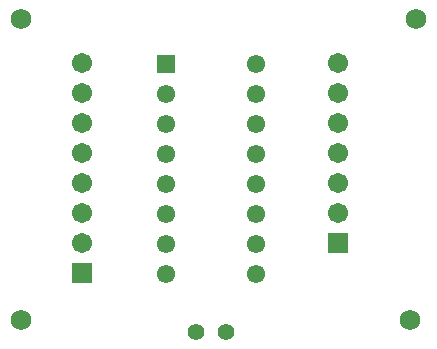
<source format=gts>
G04*
G04 #@! TF.GenerationSoftware,Altium Limited,Altium Designer,20.1.8 (145)*
G04*
G04 Layer_Color=8388736*
%FSAX24Y24*%
%MOIN*%
G70*
G04*
G04 #@! TF.SameCoordinates,9F3CA826-AAED-447F-AD24-3E22D3D4E735*
G04*
G04*
G04 #@! TF.FilePolarity,Negative*
G04*
G01*
G75*
%ADD13C,0.0611*%
%ADD14R,0.0611X0.0611*%
%ADD15C,0.0680*%
%ADD16C,0.0671*%
%ADD17R,0.0671X0.0671*%
%ADD18C,0.0552*%
D13*
X032844Y028613D02*
D03*
Y027613D02*
D03*
Y026613D02*
D03*
Y025613D02*
D03*
Y024613D02*
D03*
Y023613D02*
D03*
Y022613D02*
D03*
Y021613D02*
D03*
X029844D02*
D03*
Y022613D02*
D03*
Y023613D02*
D03*
Y024613D02*
D03*
Y025613D02*
D03*
Y026613D02*
D03*
Y027613D02*
D03*
D14*
Y028613D02*
D03*
D15*
X025000Y020079D02*
D03*
X037992D02*
D03*
X038189Y030118D02*
D03*
X025000D02*
D03*
D16*
X035594Y024629D02*
D03*
Y023629D02*
D03*
Y025629D02*
D03*
Y026629D02*
D03*
Y027629D02*
D03*
Y028629D02*
D03*
X027044D02*
D03*
Y027629D02*
D03*
Y026629D02*
D03*
Y025629D02*
D03*
Y024629D02*
D03*
Y023629D02*
D03*
Y022629D02*
D03*
D17*
X035594D02*
D03*
X027044Y021629D02*
D03*
D18*
X031844Y019656D02*
D03*
X030844D02*
D03*
M02*

</source>
